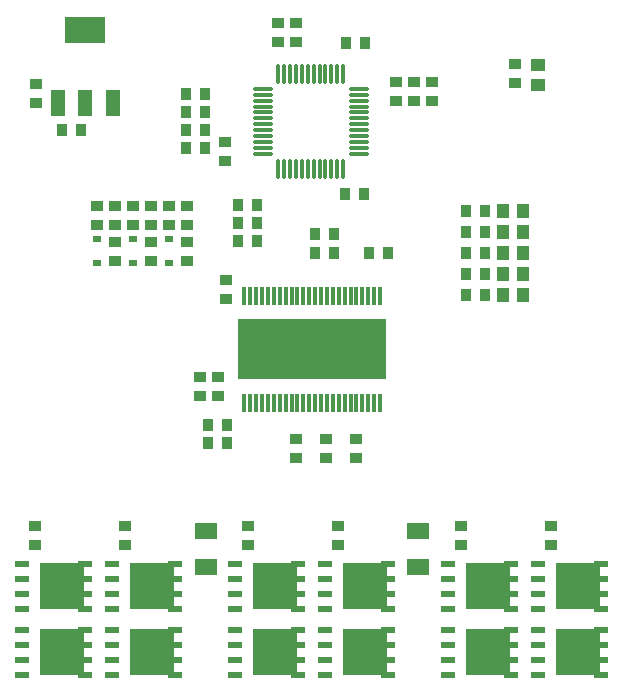
<source format=gtp>
G04*
G04 #@! TF.GenerationSoftware,Altium Limited,Altium Designer,18.1.9 (240)*
G04*
G04 Layer_Color=8421504*
%FSLAX25Y25*%
%MOIN*%
G70*
G01*
G75*
%ADD17R,0.02756X0.02362*%
%ADD18R,0.49213X0.20079*%
%ADD19R,0.01181X0.06102*%
%ADD20R,0.04724X0.04331*%
%ADD21R,0.03937X0.03543*%
%ADD22R,0.03543X0.03937*%
%ADD23R,0.04724X0.08661*%
%ADD24R,0.13780X0.08661*%
%ADD25R,0.07480X0.05315*%
%ADD26O,0.01181X0.07087*%
%ADD27O,0.07087X0.01181*%
%ADD28R,0.05000X0.02402*%
%ADD29R,0.14764X0.15394*%
%ADD30R,0.04331X0.04724*%
D17*
X218000Y271063D02*
D03*
Y278937D02*
D03*
X206000Y271063D02*
D03*
Y278937D02*
D03*
X194095Y271063D02*
D03*
Y278937D02*
D03*
D18*
X265750Y242250D02*
D03*
D19*
X288388Y224435D02*
D03*
X286419D02*
D03*
X284451D02*
D03*
X282482D02*
D03*
X280514D02*
D03*
X278545D02*
D03*
X276577D02*
D03*
X274608D02*
D03*
X272640D02*
D03*
X270671D02*
D03*
X268703D02*
D03*
X266734D02*
D03*
X264766D02*
D03*
X262797D02*
D03*
X260829D02*
D03*
X258860D02*
D03*
X256892D02*
D03*
X254923D02*
D03*
X252955D02*
D03*
X250986D02*
D03*
X249018D02*
D03*
X247049D02*
D03*
X245081D02*
D03*
X243112D02*
D03*
Y260065D02*
D03*
X245081D02*
D03*
X247049D02*
D03*
X249018D02*
D03*
X250986D02*
D03*
X252955D02*
D03*
X254923D02*
D03*
X256892D02*
D03*
X258860D02*
D03*
X260829D02*
D03*
X262797D02*
D03*
X264766D02*
D03*
X266734D02*
D03*
X268703D02*
D03*
X270671D02*
D03*
X272640D02*
D03*
X274608D02*
D03*
X276577D02*
D03*
X278545D02*
D03*
X280514D02*
D03*
X282482D02*
D03*
X284451D02*
D03*
X286419D02*
D03*
X288388D02*
D03*
D20*
X341142Y337008D02*
D03*
Y330315D02*
D03*
D21*
X333465Y337205D02*
D03*
Y330906D02*
D03*
X173622Y324409D02*
D03*
Y330709D02*
D03*
X305750Y331400D02*
D03*
Y325100D02*
D03*
X173250Y183400D02*
D03*
Y177100D02*
D03*
X203250Y183400D02*
D03*
Y177100D02*
D03*
X244250Y183400D02*
D03*
Y177100D02*
D03*
X274250Y183400D02*
D03*
Y177100D02*
D03*
X315250Y183400D02*
D03*
Y177100D02*
D03*
X345250Y183250D02*
D03*
Y176951D02*
D03*
X237000Y259100D02*
D03*
Y265400D02*
D03*
X228500Y226850D02*
D03*
Y233150D02*
D03*
X234250Y226850D02*
D03*
Y233150D02*
D03*
X218000Y290150D02*
D03*
Y283850D02*
D03*
X224000Y271850D02*
D03*
Y278150D02*
D03*
Y283850D02*
D03*
Y290150D02*
D03*
X212000Y271850D02*
D03*
Y278150D02*
D03*
Y283850D02*
D03*
Y290150D02*
D03*
X206000Y290150D02*
D03*
Y283850D02*
D03*
X200000Y283850D02*
D03*
Y290150D02*
D03*
Y271850D02*
D03*
Y278150D02*
D03*
X194000Y290150D02*
D03*
Y283850D02*
D03*
X299750Y325100D02*
D03*
Y331400D02*
D03*
X293750Y325100D02*
D03*
Y331400D02*
D03*
X236750Y311400D02*
D03*
Y305100D02*
D03*
X260250Y350900D02*
D03*
Y344600D02*
D03*
X254250Y350900D02*
D03*
Y344600D02*
D03*
X260250Y212400D02*
D03*
Y206100D02*
D03*
X270250Y212400D02*
D03*
Y206100D02*
D03*
X280250Y212400D02*
D03*
Y206100D02*
D03*
D22*
X182283Y315354D02*
D03*
X188583D02*
D03*
X276650Y294000D02*
D03*
X282950D02*
D03*
X241100Y290250D02*
D03*
X247400D02*
D03*
X247400Y284250D02*
D03*
X241100D02*
D03*
X230150Y327250D02*
D03*
X223850D02*
D03*
X230150Y309250D02*
D03*
X223850D02*
D03*
X230150Y321250D02*
D03*
X223850D02*
D03*
X230150Y315250D02*
D03*
X223850D02*
D03*
X237400Y217000D02*
D03*
X231100D02*
D03*
X283400Y344250D02*
D03*
X277100D02*
D03*
X266600Y280750D02*
D03*
X272900D02*
D03*
X241100Y278250D02*
D03*
X247400D02*
D03*
X266600Y274250D02*
D03*
X272900D02*
D03*
X237400Y211000D02*
D03*
X231100D02*
D03*
X323417Y267461D02*
D03*
X317118D02*
D03*
X323417Y260461D02*
D03*
X317118D02*
D03*
X323417Y288500D02*
D03*
X317118D02*
D03*
X323417Y281500D02*
D03*
X317118D02*
D03*
X323417Y274500D02*
D03*
X317118D02*
D03*
X284600Y274250D02*
D03*
X290900D02*
D03*
D23*
X199213Y324409D02*
D03*
X190157D02*
D03*
X181102D02*
D03*
D24*
X190157Y348819D02*
D03*
D25*
X230250Y181852D02*
D03*
Y169648D02*
D03*
X301000Y181852D02*
D03*
Y169648D02*
D03*
D26*
X276077Y334195D02*
D03*
X274108D02*
D03*
X272140D02*
D03*
X270171D02*
D03*
X268203D02*
D03*
X266234D02*
D03*
X264266D02*
D03*
X262297D02*
D03*
X260329D02*
D03*
X258360D02*
D03*
X256392D02*
D03*
X254423D02*
D03*
Y302305D02*
D03*
X256392D02*
D03*
X258360D02*
D03*
X260329D02*
D03*
X262297D02*
D03*
X264266D02*
D03*
X266234D02*
D03*
X268203D02*
D03*
X270171D02*
D03*
X272140D02*
D03*
X274108D02*
D03*
X276077D02*
D03*
D27*
X249305Y329077D02*
D03*
Y327108D02*
D03*
Y325140D02*
D03*
Y323171D02*
D03*
Y321203D02*
D03*
Y319234D02*
D03*
Y317266D02*
D03*
Y315297D02*
D03*
Y313329D02*
D03*
Y311360D02*
D03*
Y309392D02*
D03*
Y307423D02*
D03*
X281195D02*
D03*
Y309392D02*
D03*
Y311360D02*
D03*
Y313329D02*
D03*
Y315297D02*
D03*
Y317266D02*
D03*
Y319234D02*
D03*
Y321203D02*
D03*
Y323171D02*
D03*
Y325140D02*
D03*
Y327108D02*
D03*
Y329077D02*
D03*
D28*
X199140Y170750D02*
D03*
Y165750D02*
D03*
Y160750D02*
D03*
Y155750D02*
D03*
X220163D02*
D03*
Y160750D02*
D03*
Y165750D02*
D03*
Y170750D02*
D03*
X169140D02*
D03*
Y165750D02*
D03*
Y160750D02*
D03*
Y155750D02*
D03*
X190163D02*
D03*
Y160750D02*
D03*
Y165750D02*
D03*
Y170750D02*
D03*
X240140D02*
D03*
Y165750D02*
D03*
Y160750D02*
D03*
Y155750D02*
D03*
X261163D02*
D03*
Y160750D02*
D03*
Y165750D02*
D03*
Y170750D02*
D03*
X270140D02*
D03*
Y165750D02*
D03*
Y160750D02*
D03*
Y155750D02*
D03*
X291163D02*
D03*
Y160750D02*
D03*
Y165750D02*
D03*
Y170750D02*
D03*
X311140D02*
D03*
Y165750D02*
D03*
Y160750D02*
D03*
Y155750D02*
D03*
X332163D02*
D03*
Y160750D02*
D03*
Y165750D02*
D03*
Y170750D02*
D03*
X341140D02*
D03*
Y165750D02*
D03*
Y160750D02*
D03*
Y155750D02*
D03*
X362163D02*
D03*
Y160750D02*
D03*
Y165750D02*
D03*
Y170750D02*
D03*
X341140Y148750D02*
D03*
Y143750D02*
D03*
Y138750D02*
D03*
Y133750D02*
D03*
X362163D02*
D03*
Y138750D02*
D03*
Y143750D02*
D03*
Y148750D02*
D03*
X311140D02*
D03*
Y143750D02*
D03*
Y138750D02*
D03*
Y133750D02*
D03*
X332163D02*
D03*
Y138750D02*
D03*
Y143750D02*
D03*
Y148750D02*
D03*
X270140D02*
D03*
Y143750D02*
D03*
Y138750D02*
D03*
Y133750D02*
D03*
X291163D02*
D03*
Y138750D02*
D03*
Y143750D02*
D03*
Y148750D02*
D03*
X240140D02*
D03*
Y143750D02*
D03*
Y138750D02*
D03*
Y133750D02*
D03*
X261163D02*
D03*
Y138750D02*
D03*
Y143750D02*
D03*
Y148750D02*
D03*
X199140D02*
D03*
Y143750D02*
D03*
Y138750D02*
D03*
Y133750D02*
D03*
X220163D02*
D03*
Y138750D02*
D03*
Y143750D02*
D03*
Y148750D02*
D03*
X169140D02*
D03*
Y143750D02*
D03*
Y138750D02*
D03*
Y133750D02*
D03*
X190163D02*
D03*
Y138750D02*
D03*
Y143750D02*
D03*
Y148750D02*
D03*
D29*
X212250Y163250D02*
D03*
X182250D02*
D03*
X253250D02*
D03*
X283250D02*
D03*
X324250D02*
D03*
X354250D02*
D03*
Y141250D02*
D03*
X324250D02*
D03*
X283250D02*
D03*
X253250D02*
D03*
X212250D02*
D03*
X182250D02*
D03*
D30*
X335964Y274500D02*
D03*
X329271D02*
D03*
X335964Y281500D02*
D03*
X329271D02*
D03*
X335964Y288500D02*
D03*
X329271D02*
D03*
X335964Y260461D02*
D03*
X329271D02*
D03*
X335964Y267461D02*
D03*
X329271D02*
D03*
M02*

</source>
